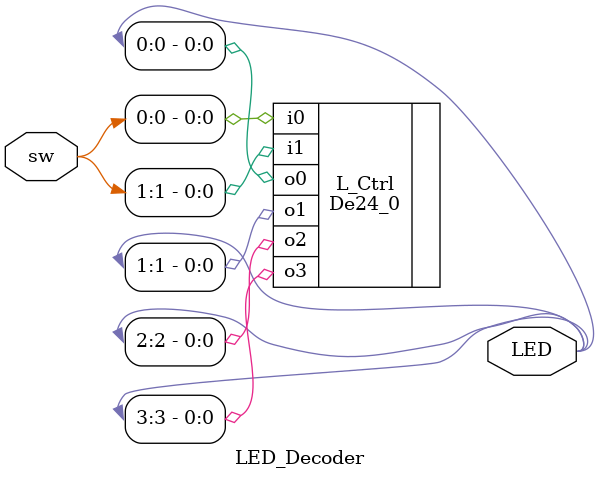
<source format=v>
`timescale 1ns / 1ps


module LED_Decoder(
    input [1:0]sw,
    output [3:0]LED
    );
    De24_0 L_Ctrl (
  .i0(sw[0]),  // input wire i0
  .i1(sw[1]),  // input wire i1
  .o0(LED[0]),  // output wire o0
  .o1(LED[1]),  // output wire o1
  .o2(LED[2]),  // output wire o2
  .o3(LED[3])  // output wire o3
);
endmodule

</source>
